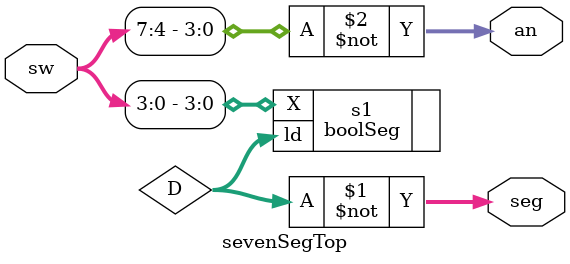
<source format=v>
`timescale 1ns / 1ps


module sevenSegTop(
    output [6:0] seg,
    output [3:0] an,
    input [7:0] sw
    );
    
    wire [6:0] D;
    
    assign seg = ~D;
    assign an  = ~sw [7:4];
    
    boolSeg s1(
        .X(sw[3:0]),
        .ld(D)
    );
    
    
endmodule

</source>
